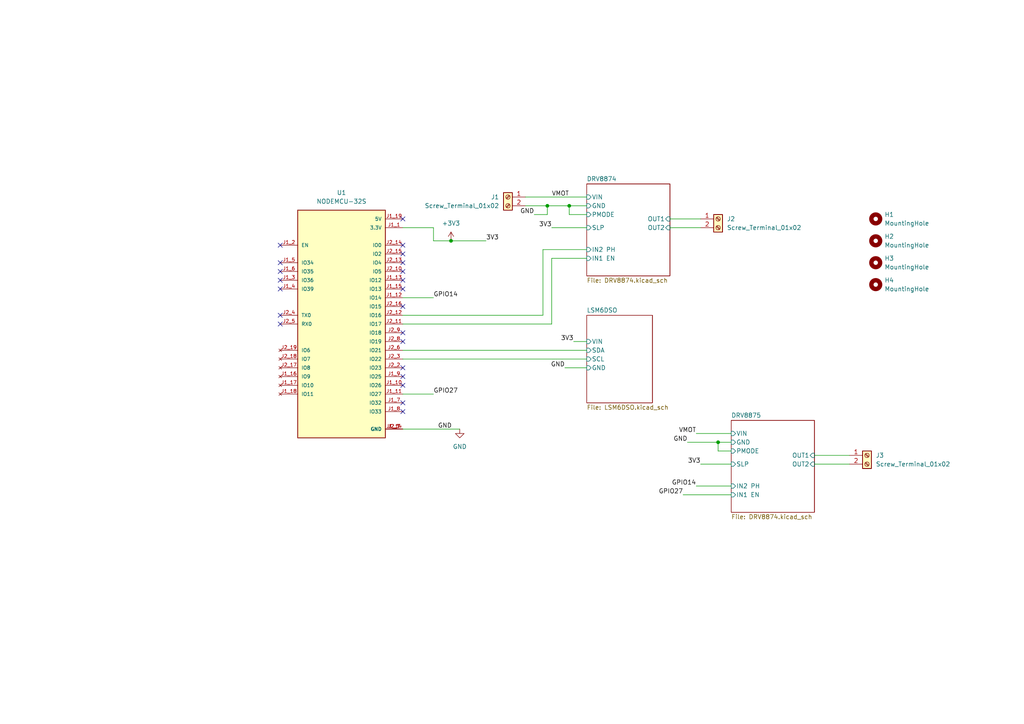
<source format=kicad_sch>
(kicad_sch
	(version 20250114)
	(generator "eeschema")
	(generator_version "9.0")
	(uuid "be409c7c-7399-408b-b544-fec79192e856")
	(paper "A4")
	(title_block
		(company "Cal Poly")
	)
	(lib_symbols
		(symbol "Connector:Screw_Terminal_01x02"
			(pin_names
				(offset 1.016)
				(hide yes)
			)
			(exclude_from_sim no)
			(in_bom yes)
			(on_board yes)
			(property "Reference" "J"
				(at 0 2.54 0)
				(effects
					(font
						(size 1.27 1.27)
					)
				)
			)
			(property "Value" "Screw_Terminal_01x02"
				(at 0 -5.08 0)
				(effects
					(font
						(size 1.27 1.27)
					)
				)
			)
			(property "Footprint" ""
				(at 0 0 0)
				(effects
					(font
						(size 1.27 1.27)
					)
					(hide yes)
				)
			)
			(property "Datasheet" "~"
				(at 0 0 0)
				(effects
					(font
						(size 1.27 1.27)
					)
					(hide yes)
				)
			)
			(property "Description" "Generic screw terminal, single row, 01x02, script generated (kicad-library-utils/schlib/autogen/connector/)"
				(at 0 0 0)
				(effects
					(font
						(size 1.27 1.27)
					)
					(hide yes)
				)
			)
			(property "ki_keywords" "screw terminal"
				(at 0 0 0)
				(effects
					(font
						(size 1.27 1.27)
					)
					(hide yes)
				)
			)
			(property "ki_fp_filters" "TerminalBlock*:*"
				(at 0 0 0)
				(effects
					(font
						(size 1.27 1.27)
					)
					(hide yes)
				)
			)
			(symbol "Screw_Terminal_01x02_1_1"
				(rectangle
					(start -1.27 1.27)
					(end 1.27 -3.81)
					(stroke
						(width 0.254)
						(type default)
					)
					(fill
						(type background)
					)
				)
				(polyline
					(pts
						(xy -0.5334 0.3302) (xy 0.3302 -0.508)
					)
					(stroke
						(width 0.1524)
						(type default)
					)
					(fill
						(type none)
					)
				)
				(polyline
					(pts
						(xy -0.5334 -2.2098) (xy 0.3302 -3.048)
					)
					(stroke
						(width 0.1524)
						(type default)
					)
					(fill
						(type none)
					)
				)
				(polyline
					(pts
						(xy -0.3556 0.508) (xy 0.508 -0.3302)
					)
					(stroke
						(width 0.1524)
						(type default)
					)
					(fill
						(type none)
					)
				)
				(polyline
					(pts
						(xy -0.3556 -2.032) (xy 0.508 -2.8702)
					)
					(stroke
						(width 0.1524)
						(type default)
					)
					(fill
						(type none)
					)
				)
				(circle
					(center 0 0)
					(radius 0.635)
					(stroke
						(width 0.1524)
						(type default)
					)
					(fill
						(type none)
					)
				)
				(circle
					(center 0 -2.54)
					(radius 0.635)
					(stroke
						(width 0.1524)
						(type default)
					)
					(fill
						(type none)
					)
				)
				(pin passive line
					(at -5.08 0 0)
					(length 3.81)
					(name "Pin_1"
						(effects
							(font
								(size 1.27 1.27)
							)
						)
					)
					(number "1"
						(effects
							(font
								(size 1.27 1.27)
							)
						)
					)
				)
				(pin passive line
					(at -5.08 -2.54 0)
					(length 3.81)
					(name "Pin_2"
						(effects
							(font
								(size 1.27 1.27)
							)
						)
					)
					(number "2"
						(effects
							(font
								(size 1.27 1.27)
							)
						)
					)
				)
			)
			(embedded_fonts no)
		)
		(symbol "Mechanical:MountingHole"
			(pin_names
				(offset 1.016)
			)
			(exclude_from_sim no)
			(in_bom no)
			(on_board yes)
			(property "Reference" "H"
				(at 0 5.08 0)
				(effects
					(font
						(size 1.27 1.27)
					)
				)
			)
			(property "Value" "MountingHole"
				(at 0 3.175 0)
				(effects
					(font
						(size 1.27 1.27)
					)
				)
			)
			(property "Footprint" ""
				(at 0 0 0)
				(effects
					(font
						(size 1.27 1.27)
					)
					(hide yes)
				)
			)
			(property "Datasheet" "~"
				(at 0 0 0)
				(effects
					(font
						(size 1.27 1.27)
					)
					(hide yes)
				)
			)
			(property "Description" "Mounting Hole without connection"
				(at 0 0 0)
				(effects
					(font
						(size 1.27 1.27)
					)
					(hide yes)
				)
			)
			(property "ki_keywords" "mounting hole"
				(at 0 0 0)
				(effects
					(font
						(size 1.27 1.27)
					)
					(hide yes)
				)
			)
			(property "ki_fp_filters" "MountingHole*"
				(at 0 0 0)
				(effects
					(font
						(size 1.27 1.27)
					)
					(hide yes)
				)
			)
			(symbol "MountingHole_0_1"
				(circle
					(center 0 0)
					(radius 1.27)
					(stroke
						(width 1.27)
						(type default)
					)
					(fill
						(type none)
					)
				)
			)
			(embedded_fonts no)
		)
		(symbol "NODEMCU-32S:NODEMCU-32S"
			(pin_names
				(offset 1.016)
			)
			(exclude_from_sim no)
			(in_bom yes)
			(on_board yes)
			(property "Reference" "U"
				(at -12.7 33.782 0)
				(effects
					(font
						(size 1.27 1.27)
					)
					(justify left bottom)
				)
			)
			(property "Value" "NODEMCU-32S"
				(at -12.7 -35.56 0)
				(effects
					(font
						(size 1.27 1.27)
					)
					(justify left bottom)
				)
			)
			(property "Footprint" "NODEMCU-32S:MODULE_NODEMCU-32S"
				(at 0 0 0)
				(effects
					(font
						(size 1.27 1.27)
					)
					(justify bottom)
					(hide yes)
				)
			)
			(property "Datasheet" ""
				(at 0 0 0)
				(effects
					(font
						(size 1.27 1.27)
					)
					(hide yes)
				)
			)
			(property "Description" ""
				(at 0 0 0)
				(effects
					(font
						(size 1.27 1.27)
					)
					(hide yes)
				)
			)
			(property "MF" "AI-Thinker"
				(at 0 0 0)
				(effects
					(font
						(size 1.27 1.27)
					)
					(justify bottom)
					(hide yes)
				)
			)
			(property "MAXIMUM_PACKAGE_HEIGHT" "3.00mm"
				(at 0 0 0)
				(effects
					(font
						(size 1.27 1.27)
					)
					(justify bottom)
					(hide yes)
				)
			)
			(property "Package" "Package"
				(at 0 0 0)
				(effects
					(font
						(size 1.27 1.27)
					)
					(justify bottom)
					(hide yes)
				)
			)
			(property "Price" "None"
				(at 0 0 0)
				(effects
					(font
						(size 1.27 1.27)
					)
					(justify bottom)
					(hide yes)
				)
			)
			(property "Check_prices" "https://www.snapeda.com/parts/NODEMCU-32S/AI-Thinker/view-part/?ref=eda"
				(at 0 0 0)
				(effects
					(font
						(size 1.27 1.27)
					)
					(justify bottom)
					(hide yes)
				)
			)
			(property "STANDARD" "Manufacturer Recommendations"
				(at 0 0 0)
				(effects
					(font
						(size 1.27 1.27)
					)
					(justify bottom)
					(hide yes)
				)
			)
			(property "PARTREV" "V1"
				(at 0 0 0)
				(effects
					(font
						(size 1.27 1.27)
					)
					(justify bottom)
					(hide yes)
				)
			)
			(property "SnapEDA_Link" "https://www.snapeda.com/parts/NODEMCU-32S/AI-Thinker/view-part/?ref=snap"
				(at 0 0 0)
				(effects
					(font
						(size 1.27 1.27)
					)
					(justify bottom)
					(hide yes)
				)
			)
			(property "MP" "NODEMCU-32S"
				(at 0 0 0)
				(effects
					(font
						(size 1.27 1.27)
					)
					(justify bottom)
					(hide yes)
				)
			)
			(property "Description_1" "WIFI MODULE V1"
				(at 0 0 0)
				(effects
					(font
						(size 1.27 1.27)
					)
					(justify bottom)
					(hide yes)
				)
			)
			(property "Availability" "Not in stock"
				(at 0 0 0)
				(effects
					(font
						(size 1.27 1.27)
					)
					(justify bottom)
					(hide yes)
				)
			)
			(property "MANUFACTURER" "AI-Thinker"
				(at 0 0 0)
				(effects
					(font
						(size 1.27 1.27)
					)
					(justify bottom)
					(hide yes)
				)
			)
			(symbol "NODEMCU-32S_0_0"
				(rectangle
					(start -12.7 -33.02)
					(end 12.7 33.02)
					(stroke
						(width 0.254)
						(type default)
					)
					(fill
						(type background)
					)
				)
				(pin input line
					(at -17.78 22.86 0)
					(length 5.08)
					(name "EN"
						(effects
							(font
								(size 1.016 1.016)
							)
						)
					)
					(number "J1_2"
						(effects
							(font
								(size 1.016 1.016)
							)
						)
					)
				)
				(pin input line
					(at -17.78 17.78 0)
					(length 5.08)
					(name "IO34"
						(effects
							(font
								(size 1.016 1.016)
							)
						)
					)
					(number "J1_5"
						(effects
							(font
								(size 1.016 1.016)
							)
						)
					)
				)
				(pin input line
					(at -17.78 15.24 0)
					(length 5.08)
					(name "IO35"
						(effects
							(font
								(size 1.016 1.016)
							)
						)
					)
					(number "J1_6"
						(effects
							(font
								(size 1.016 1.016)
							)
						)
					)
				)
				(pin input line
					(at -17.78 12.7 0)
					(length 5.08)
					(name "IO36"
						(effects
							(font
								(size 1.016 1.016)
							)
						)
					)
					(number "J1_3"
						(effects
							(font
								(size 1.016 1.016)
							)
						)
					)
				)
				(pin input line
					(at -17.78 10.16 0)
					(length 5.08)
					(name "IO39"
						(effects
							(font
								(size 1.016 1.016)
							)
						)
					)
					(number "J1_4"
						(effects
							(font
								(size 1.016 1.016)
							)
						)
					)
				)
				(pin bidirectional line
					(at -17.78 2.54 0)
					(length 5.08)
					(name "TX0"
						(effects
							(font
								(size 1.016 1.016)
							)
						)
					)
					(number "J2_4"
						(effects
							(font
								(size 1.016 1.016)
							)
						)
					)
				)
				(pin bidirectional line
					(at -17.78 0 0)
					(length 5.08)
					(name "RX0"
						(effects
							(font
								(size 1.016 1.016)
							)
						)
					)
					(number "J2_5"
						(effects
							(font
								(size 1.016 1.016)
							)
						)
					)
				)
				(pin no_connect line
					(at -17.78 -7.62 0)
					(length 5.08)
					(name "IO6"
						(effects
							(font
								(size 1.016 1.016)
							)
						)
					)
					(number "J2_19"
						(effects
							(font
								(size 1.016 1.016)
							)
						)
					)
				)
				(pin no_connect line
					(at -17.78 -10.16 0)
					(length 5.08)
					(name "IO7"
						(effects
							(font
								(size 1.016 1.016)
							)
						)
					)
					(number "J2_18"
						(effects
							(font
								(size 1.016 1.016)
							)
						)
					)
				)
				(pin no_connect line
					(at -17.78 -12.7 0)
					(length 5.08)
					(name "IO8"
						(effects
							(font
								(size 1.016 1.016)
							)
						)
					)
					(number "J2_17"
						(effects
							(font
								(size 1.016 1.016)
							)
						)
					)
				)
				(pin no_connect line
					(at -17.78 -15.24 0)
					(length 5.08)
					(name "IO9"
						(effects
							(font
								(size 1.016 1.016)
							)
						)
					)
					(number "J1_16"
						(effects
							(font
								(size 1.016 1.016)
							)
						)
					)
				)
				(pin no_connect line
					(at -17.78 -17.78 0)
					(length 5.08)
					(name "IO10"
						(effects
							(font
								(size 1.016 1.016)
							)
						)
					)
					(number "J1_17"
						(effects
							(font
								(size 1.016 1.016)
							)
						)
					)
				)
				(pin no_connect line
					(at -17.78 -20.32 0)
					(length 5.08)
					(name "IO11"
						(effects
							(font
								(size 1.016 1.016)
							)
						)
					)
					(number "J1_18"
						(effects
							(font
								(size 1.016 1.016)
							)
						)
					)
				)
				(pin power_in line
					(at 17.78 30.48 180)
					(length 5.08)
					(name "5V"
						(effects
							(font
								(size 1.016 1.016)
							)
						)
					)
					(number "J1_19"
						(effects
							(font
								(size 1.016 1.016)
							)
						)
					)
				)
				(pin power_in line
					(at 17.78 27.94 180)
					(length 5.08)
					(name "3.3V"
						(effects
							(font
								(size 1.016 1.016)
							)
						)
					)
					(number "J1_1"
						(effects
							(font
								(size 1.016 1.016)
							)
						)
					)
				)
				(pin bidirectional line
					(at 17.78 22.86 180)
					(length 5.08)
					(name "IO0"
						(effects
							(font
								(size 1.016 1.016)
							)
						)
					)
					(number "J2_14"
						(effects
							(font
								(size 1.016 1.016)
							)
						)
					)
				)
				(pin bidirectional line
					(at 17.78 20.32 180)
					(length 5.08)
					(name "IO2"
						(effects
							(font
								(size 1.016 1.016)
							)
						)
					)
					(number "J2_15"
						(effects
							(font
								(size 1.016 1.016)
							)
						)
					)
				)
				(pin bidirectional line
					(at 17.78 17.78 180)
					(length 5.08)
					(name "IO4"
						(effects
							(font
								(size 1.016 1.016)
							)
						)
					)
					(number "J2_13"
						(effects
							(font
								(size 1.016 1.016)
							)
						)
					)
				)
				(pin bidirectional line
					(at 17.78 15.24 180)
					(length 5.08)
					(name "IO5"
						(effects
							(font
								(size 1.016 1.016)
							)
						)
					)
					(number "J2_10"
						(effects
							(font
								(size 1.016 1.016)
							)
						)
					)
				)
				(pin bidirectional line
					(at 17.78 12.7 180)
					(length 5.08)
					(name "IO12"
						(effects
							(font
								(size 1.016 1.016)
							)
						)
					)
					(number "J1_13"
						(effects
							(font
								(size 1.016 1.016)
							)
						)
					)
				)
				(pin bidirectional line
					(at 17.78 10.16 180)
					(length 5.08)
					(name "IO13"
						(effects
							(font
								(size 1.016 1.016)
							)
						)
					)
					(number "J1_15"
						(effects
							(font
								(size 1.016 1.016)
							)
						)
					)
				)
				(pin bidirectional line
					(at 17.78 7.62 180)
					(length 5.08)
					(name "IO14"
						(effects
							(font
								(size 1.016 1.016)
							)
						)
					)
					(number "J1_12"
						(effects
							(font
								(size 1.016 1.016)
							)
						)
					)
				)
				(pin bidirectional line
					(at 17.78 5.08 180)
					(length 5.08)
					(name "IO15"
						(effects
							(font
								(size 1.016 1.016)
							)
						)
					)
					(number "J2_16"
						(effects
							(font
								(size 1.016 1.016)
							)
						)
					)
				)
				(pin bidirectional line
					(at 17.78 2.54 180)
					(length 5.08)
					(name "IO16"
						(effects
							(font
								(size 1.016 1.016)
							)
						)
					)
					(number "J2_12"
						(effects
							(font
								(size 1.016 1.016)
							)
						)
					)
				)
				(pin bidirectional line
					(at 17.78 0 180)
					(length 5.08)
					(name "IO17"
						(effects
							(font
								(size 1.016 1.016)
							)
						)
					)
					(number "J2_11"
						(effects
							(font
								(size 1.016 1.016)
							)
						)
					)
				)
				(pin bidirectional line
					(at 17.78 -2.54 180)
					(length 5.08)
					(name "IO18"
						(effects
							(font
								(size 1.016 1.016)
							)
						)
					)
					(number "J2_9"
						(effects
							(font
								(size 1.016 1.016)
							)
						)
					)
				)
				(pin bidirectional line
					(at 17.78 -5.08 180)
					(length 5.08)
					(name "IO19"
						(effects
							(font
								(size 1.016 1.016)
							)
						)
					)
					(number "J2_8"
						(effects
							(font
								(size 1.016 1.016)
							)
						)
					)
				)
				(pin bidirectional line
					(at 17.78 -7.62 180)
					(length 5.08)
					(name "IO21"
						(effects
							(font
								(size 1.016 1.016)
							)
						)
					)
					(number "J2_6"
						(effects
							(font
								(size 1.016 1.016)
							)
						)
					)
				)
				(pin bidirectional line
					(at 17.78 -10.16 180)
					(length 5.08)
					(name "IO22"
						(effects
							(font
								(size 1.016 1.016)
							)
						)
					)
					(number "J2_3"
						(effects
							(font
								(size 1.016 1.016)
							)
						)
					)
				)
				(pin bidirectional line
					(at 17.78 -12.7 180)
					(length 5.08)
					(name "IO23"
						(effects
							(font
								(size 1.016 1.016)
							)
						)
					)
					(number "J2_2"
						(effects
							(font
								(size 1.016 1.016)
							)
						)
					)
				)
				(pin bidirectional line
					(at 17.78 -15.24 180)
					(length 5.08)
					(name "IO25"
						(effects
							(font
								(size 1.016 1.016)
							)
						)
					)
					(number "J1_9"
						(effects
							(font
								(size 1.016 1.016)
							)
						)
					)
				)
				(pin bidirectional line
					(at 17.78 -17.78 180)
					(length 5.08)
					(name "IO26"
						(effects
							(font
								(size 1.016 1.016)
							)
						)
					)
					(number "J1_10"
						(effects
							(font
								(size 1.016 1.016)
							)
						)
					)
				)
				(pin bidirectional line
					(at 17.78 -20.32 180)
					(length 5.08)
					(name "IO27"
						(effects
							(font
								(size 1.016 1.016)
							)
						)
					)
					(number "J1_11"
						(effects
							(font
								(size 1.016 1.016)
							)
						)
					)
				)
				(pin bidirectional line
					(at 17.78 -22.86 180)
					(length 5.08)
					(name "IO32"
						(effects
							(font
								(size 1.016 1.016)
							)
						)
					)
					(number "J1_7"
						(effects
							(font
								(size 1.016 1.016)
							)
						)
					)
				)
				(pin bidirectional line
					(at 17.78 -25.4 180)
					(length 5.08)
					(name "IO33"
						(effects
							(font
								(size 1.016 1.016)
							)
						)
					)
					(number "J1_8"
						(effects
							(font
								(size 1.016 1.016)
							)
						)
					)
				)
				(pin power_in line
					(at 17.78 -30.48 180)
					(length 5.08)
					(name "GND"
						(effects
							(font
								(size 1.016 1.016)
							)
						)
					)
					(number "J1_14"
						(effects
							(font
								(size 1.016 1.016)
							)
						)
					)
				)
				(pin power_in line
					(at 17.78 -30.48 180)
					(length 5.08)
					(name "GND"
						(effects
							(font
								(size 1.016 1.016)
							)
						)
					)
					(number "J2_1"
						(effects
							(font
								(size 1.016 1.016)
							)
						)
					)
				)
				(pin power_in line
					(at 17.78 -30.48 180)
					(length 5.08)
					(name "GND"
						(effects
							(font
								(size 1.016 1.016)
							)
						)
					)
					(number "J2_7"
						(effects
							(font
								(size 1.016 1.016)
							)
						)
					)
				)
			)
			(embedded_fonts no)
		)
		(symbol "power:+3V3"
			(power)
			(pin_numbers
				(hide yes)
			)
			(pin_names
				(offset 0)
				(hide yes)
			)
			(exclude_from_sim no)
			(in_bom yes)
			(on_board yes)
			(property "Reference" "#PWR"
				(at 0 -3.81 0)
				(effects
					(font
						(size 1.27 1.27)
					)
					(hide yes)
				)
			)
			(property "Value" "+3V3"
				(at 0 3.556 0)
				(effects
					(font
						(size 1.27 1.27)
					)
				)
			)
			(property "Footprint" ""
				(at 0 0 0)
				(effects
					(font
						(size 1.27 1.27)
					)
					(hide yes)
				)
			)
			(property "Datasheet" ""
				(at 0 0 0)
				(effects
					(font
						(size 1.27 1.27)
					)
					(hide yes)
				)
			)
			(property "Description" "Power symbol creates a global label with name \"+3V3\""
				(at 0 0 0)
				(effects
					(font
						(size 1.27 1.27)
					)
					(hide yes)
				)
			)
			(property "ki_keywords" "global power"
				(at 0 0 0)
				(effects
					(font
						(size 1.27 1.27)
					)
					(hide yes)
				)
			)
			(symbol "+3V3_0_1"
				(polyline
					(pts
						(xy -0.762 1.27) (xy 0 2.54)
					)
					(stroke
						(width 0)
						(type default)
					)
					(fill
						(type none)
					)
				)
				(polyline
					(pts
						(xy 0 2.54) (xy 0.762 1.27)
					)
					(stroke
						(width 0)
						(type default)
					)
					(fill
						(type none)
					)
				)
				(polyline
					(pts
						(xy 0 0) (xy 0 2.54)
					)
					(stroke
						(width 0)
						(type default)
					)
					(fill
						(type none)
					)
				)
			)
			(symbol "+3V3_1_1"
				(pin power_in line
					(at 0 0 90)
					(length 0)
					(name "~"
						(effects
							(font
								(size 1.27 1.27)
							)
						)
					)
					(number "1"
						(effects
							(font
								(size 1.27 1.27)
							)
						)
					)
				)
			)
			(embedded_fonts no)
		)
		(symbol "power:GND"
			(power)
			(pin_numbers
				(hide yes)
			)
			(pin_names
				(offset 0)
				(hide yes)
			)
			(exclude_from_sim no)
			(in_bom yes)
			(on_board yes)
			(property "Reference" "#PWR"
				(at 0 -6.35 0)
				(effects
					(font
						(size 1.27 1.27)
					)
					(hide yes)
				)
			)
			(property "Value" "GND"
				(at 0 -3.81 0)
				(effects
					(font
						(size 1.27 1.27)
					)
				)
			)
			(property "Footprint" ""
				(at 0 0 0)
				(effects
					(font
						(size 1.27 1.27)
					)
					(hide yes)
				)
			)
			(property "Datasheet" ""
				(at 0 0 0)
				(effects
					(font
						(size 1.27 1.27)
					)
					(hide yes)
				)
			)
			(property "Description" "Power symbol creates a global label with name \"GND\" , ground"
				(at 0 0 0)
				(effects
					(font
						(size 1.27 1.27)
					)
					(hide yes)
				)
			)
			(property "ki_keywords" "global power"
				(at 0 0 0)
				(effects
					(font
						(size 1.27 1.27)
					)
					(hide yes)
				)
			)
			(symbol "GND_0_1"
				(polyline
					(pts
						(xy 0 0) (xy 0 -1.27) (xy 1.27 -1.27) (xy 0 -2.54) (xy -1.27 -1.27) (xy 0 -1.27)
					)
					(stroke
						(width 0)
						(type default)
					)
					(fill
						(type none)
					)
				)
			)
			(symbol "GND_1_1"
				(pin power_in line
					(at 0 0 270)
					(length 0)
					(name "~"
						(effects
							(font
								(size 1.27 1.27)
							)
						)
					)
					(number "1"
						(effects
							(font
								(size 1.27 1.27)
							)
						)
					)
				)
			)
			(embedded_fonts no)
		)
	)
	(junction
		(at 158.75 59.69)
		(diameter 0)
		(color 0 0 0 0)
		(uuid "10f39339-7af8-4f91-805c-3bfe3e28ad68")
	)
	(junction
		(at 208.28 128.27)
		(diameter 0)
		(color 0 0 0 0)
		(uuid "b4baf4a5-3b93-431a-851e-2eb2cc57c31c")
	)
	(junction
		(at 130.81 69.85)
		(diameter 0)
		(color 0 0 0 0)
		(uuid "faa26b8c-4324-418c-8bdf-ebff46c0ae26")
	)
	(junction
		(at 165.1 59.69)
		(diameter 0)
		(color 0 0 0 0)
		(uuid "fb31ba9e-9f20-46eb-846a-bbce6cd7d0eb")
	)
	(no_connect
		(at 116.84 78.74)
		(uuid "119866ff-7877-44d8-811b-cf07dbf15341")
	)
	(no_connect
		(at 81.28 93.98)
		(uuid "1caf2bb4-2124-4e4b-86ba-7e999a9706f6")
	)
	(no_connect
		(at 116.84 76.2)
		(uuid "2037ea97-e100-43f2-a172-107abe6819bf")
	)
	(no_connect
		(at 81.28 71.12)
		(uuid "4245be51-83e0-41e0-ae43-886a9204f27d")
	)
	(no_connect
		(at 81.28 83.82)
		(uuid "49110b11-5ccc-4396-88ab-61dff77004b3")
	)
	(no_connect
		(at 116.84 109.22)
		(uuid "503c5957-6f05-4f34-a43d-4fd3050f7c67")
	)
	(no_connect
		(at 116.84 81.28)
		(uuid "662359e2-736b-4bb3-b214-42c2e893fc76")
	)
	(no_connect
		(at 116.84 73.66)
		(uuid "73c7c0c0-ae98-4733-9bd2-96b3d6c685e7")
	)
	(no_connect
		(at 81.28 91.44)
		(uuid "78630552-7fd4-474e-b610-e0fd3d737db1")
	)
	(no_connect
		(at 81.28 81.28)
		(uuid "b5635470-7545-4a9e-b8f4-0c429c1caf19")
	)
	(no_connect
		(at 116.84 119.38)
		(uuid "cb490d2e-abff-47aa-b161-b9c95ef39520")
	)
	(no_connect
		(at 116.84 99.06)
		(uuid "d15b64e4-9629-49ae-b361-a3aef31a82f6")
	)
	(no_connect
		(at 116.84 63.5)
		(uuid "d788837e-95d2-4ada-9912-aa0813464812")
	)
	(no_connect
		(at 116.84 106.68)
		(uuid "d959d98b-b112-43f0-99e2-d4836468b15c")
	)
	(no_connect
		(at 116.84 88.9)
		(uuid "da87ce4a-187f-4d4c-a20c-8043d5c6deee")
	)
	(no_connect
		(at 116.84 83.82)
		(uuid "e256fcbe-4e0a-416c-8151-30ee86b86bf5")
	)
	(no_connect
		(at 116.84 111.76)
		(uuid "e937a80d-581c-47b3-ba6e-f3c6d832734a")
	)
	(no_connect
		(at 81.28 78.74)
		(uuid "ec3f5296-0931-4046-899e-d249f45377ad")
	)
	(no_connect
		(at 116.84 71.12)
		(uuid "ee0d3a06-b402-4351-91ce-1217e68025e8")
	)
	(no_connect
		(at 81.28 76.2)
		(uuid "f5b42a29-dc1a-4d00-95e5-3b266a46571c")
	)
	(no_connect
		(at 116.84 116.84)
		(uuid "f7ae97eb-6352-4e12-85d4-2d9e204e5b45")
	)
	(no_connect
		(at 116.84 96.52)
		(uuid "fe087be2-5e70-433e-8712-5b611619a591")
	)
	(wire
		(pts
			(xy 194.31 63.5) (xy 203.2 63.5)
		)
		(stroke
			(width 0)
			(type default)
		)
		(uuid "038926c6-293c-4130-8fcc-618562b4ecd4")
	)
	(wire
		(pts
			(xy 154.94 62.23) (xy 158.75 62.23)
		)
		(stroke
			(width 0)
			(type default)
		)
		(uuid "0d096d19-0154-44ee-8296-175eef42f6db")
	)
	(wire
		(pts
			(xy 152.4 59.69) (xy 158.75 59.69)
		)
		(stroke
			(width 0)
			(type default)
		)
		(uuid "0e8e111c-3904-4295-8031-df58c01e414d")
	)
	(wire
		(pts
			(xy 116.84 101.6) (xy 170.18 101.6)
		)
		(stroke
			(width 0)
			(type default)
		)
		(uuid "132f4ceb-ee65-4fb5-9d77-6528cb93df16")
	)
	(wire
		(pts
			(xy 170.18 62.23) (xy 165.1 62.23)
		)
		(stroke
			(width 0)
			(type default)
		)
		(uuid "1b0cf715-a3ce-46e5-afa2-61b484b63f00")
	)
	(wire
		(pts
			(xy 152.4 57.15) (xy 170.18 57.15)
		)
		(stroke
			(width 0)
			(type default)
		)
		(uuid "1f35f4ea-4bec-4b30-a5af-cb9616b61174")
	)
	(wire
		(pts
			(xy 212.09 130.81) (xy 208.28 130.81)
		)
		(stroke
			(width 0)
			(type default)
		)
		(uuid "256540b8-5d49-4f2e-aaff-4e3be86f493b")
	)
	(wire
		(pts
			(xy 116.84 86.36) (xy 125.73 86.36)
		)
		(stroke
			(width 0)
			(type default)
		)
		(uuid "282692ab-a633-4383-9151-3de21a491e82")
	)
	(wire
		(pts
			(xy 198.12 143.51) (xy 212.09 143.51)
		)
		(stroke
			(width 0)
			(type default)
		)
		(uuid "2a287f04-0526-4240-9f91-507c03024d9f")
	)
	(wire
		(pts
			(xy 165.1 62.23) (xy 165.1 59.69)
		)
		(stroke
			(width 0)
			(type default)
		)
		(uuid "2c6af164-db8b-43f6-88ef-8929fd32fd37")
	)
	(wire
		(pts
			(xy 125.73 69.85) (xy 125.73 66.04)
		)
		(stroke
			(width 0)
			(type default)
		)
		(uuid "3485a23b-0682-4bef-8e2c-a79bf26cdcda")
	)
	(wire
		(pts
			(xy 236.22 132.08) (xy 246.38 132.08)
		)
		(stroke
			(width 0)
			(type default)
		)
		(uuid "437f2ac8-7fd5-40ee-8159-4de78b7c5c73")
	)
	(wire
		(pts
			(xy 157.48 91.44) (xy 116.84 91.44)
		)
		(stroke
			(width 0)
			(type default)
		)
		(uuid "502bc3dc-fa40-4299-8072-6a3b31e8af5b")
	)
	(wire
		(pts
			(xy 116.84 114.3) (xy 125.73 114.3)
		)
		(stroke
			(width 0)
			(type default)
		)
		(uuid "53d56cf6-be54-47f1-ba5c-d614b6c0006b")
	)
	(wire
		(pts
			(xy 160.02 93.98) (xy 160.02 74.93)
		)
		(stroke
			(width 0)
			(type default)
		)
		(uuid "57b40083-a780-47f0-9287-9a729c60b1cb")
	)
	(wire
		(pts
			(xy 170.18 72.39) (xy 157.48 72.39)
		)
		(stroke
			(width 0)
			(type default)
		)
		(uuid "693af9d9-1268-4ca6-a9e7-18d102e8255b")
	)
	(wire
		(pts
			(xy 201.93 140.97) (xy 212.09 140.97)
		)
		(stroke
			(width 0)
			(type default)
		)
		(uuid "6c1afcce-bfb2-4b30-b936-17b1fcd6b258")
	)
	(wire
		(pts
			(xy 166.37 99.06) (xy 170.18 99.06)
		)
		(stroke
			(width 0)
			(type default)
		)
		(uuid "6d184fbf-54de-40fc-9231-a1b86c10ea76")
	)
	(wire
		(pts
			(xy 158.75 59.69) (xy 165.1 59.69)
		)
		(stroke
			(width 0)
			(type default)
		)
		(uuid "7d327808-7ea4-4a6e-b37c-ea522588938b")
	)
	(wire
		(pts
			(xy 236.22 134.62) (xy 246.38 134.62)
		)
		(stroke
			(width 0)
			(type default)
		)
		(uuid "87039d43-00bf-4684-8770-e06cf6a3e1f7")
	)
	(wire
		(pts
			(xy 133.35 124.46) (xy 116.84 124.46)
		)
		(stroke
			(width 0)
			(type default)
		)
		(uuid "8f9e9ea9-529f-49fc-ab01-d9b015a8b6d7")
	)
	(wire
		(pts
			(xy 130.81 69.85) (xy 140.97 69.85)
		)
		(stroke
			(width 0)
			(type default)
		)
		(uuid "92a028fc-2037-422e-a5bb-ca9e57608437")
	)
	(wire
		(pts
			(xy 116.84 104.14) (xy 170.18 104.14)
		)
		(stroke
			(width 0)
			(type default)
		)
		(uuid "93cb8422-d545-474c-9d16-afdad7eb5d80")
	)
	(wire
		(pts
			(xy 194.31 66.04) (xy 203.2 66.04)
		)
		(stroke
			(width 0)
			(type default)
		)
		(uuid "9c3f7408-5c00-48c9-ad2b-db6ab896d9e1")
	)
	(wire
		(pts
			(xy 201.93 125.73) (xy 212.09 125.73)
		)
		(stroke
			(width 0)
			(type default)
		)
		(uuid "ac815e95-f8bf-401b-8239-321866322087")
	)
	(wire
		(pts
			(xy 160.02 74.93) (xy 170.18 74.93)
		)
		(stroke
			(width 0)
			(type default)
		)
		(uuid "b71e1d7b-e516-4967-ba25-506a707ddf57")
	)
	(wire
		(pts
			(xy 157.48 72.39) (xy 157.48 91.44)
		)
		(stroke
			(width 0)
			(type default)
		)
		(uuid "b7f99ff4-0516-4e87-bc50-e953f97d8de5")
	)
	(wire
		(pts
			(xy 203.2 134.62) (xy 212.09 134.62)
		)
		(stroke
			(width 0)
			(type default)
		)
		(uuid "bf891c36-45ed-48c1-bdd5-43b982c11d31")
	)
	(wire
		(pts
			(xy 199.39 128.27) (xy 208.28 128.27)
		)
		(stroke
			(width 0)
			(type default)
		)
		(uuid "c039ddc6-9787-4a7b-ad0d-da0de3c19cbc")
	)
	(wire
		(pts
			(xy 165.1 59.69) (xy 170.18 59.69)
		)
		(stroke
			(width 0)
			(type default)
		)
		(uuid "cafac251-5860-410f-a5a9-4a5a4dfb7082")
	)
	(wire
		(pts
			(xy 160.02 66.04) (xy 170.18 66.04)
		)
		(stroke
			(width 0)
			(type default)
		)
		(uuid "ce8af4e5-1412-45c7-80e1-4deaa66612ab")
	)
	(wire
		(pts
			(xy 125.73 66.04) (xy 116.84 66.04)
		)
		(stroke
			(width 0)
			(type default)
		)
		(uuid "db43551b-be6f-46a4-8a32-241006ac95d9")
	)
	(wire
		(pts
			(xy 163.83 106.68) (xy 170.18 106.68)
		)
		(stroke
			(width 0)
			(type default)
		)
		(uuid "e0de6146-b479-497c-bbb9-f90f9c545384")
	)
	(wire
		(pts
			(xy 208.28 128.27) (xy 212.09 128.27)
		)
		(stroke
			(width 0)
			(type default)
		)
		(uuid "e6d60beb-7e7f-4e92-b493-43344bd72ae0")
	)
	(wire
		(pts
			(xy 125.73 69.85) (xy 130.81 69.85)
		)
		(stroke
			(width 0)
			(type default)
		)
		(uuid "ec4c1246-4724-4e9a-843c-023c290ac99e")
	)
	(wire
		(pts
			(xy 208.28 130.81) (xy 208.28 128.27)
		)
		(stroke
			(width 0)
			(type default)
		)
		(uuid "f18b6249-6bde-4c73-a81c-32b5ced4f33a")
	)
	(wire
		(pts
			(xy 158.75 62.23) (xy 158.75 59.69)
		)
		(stroke
			(width 0)
			(type default)
		)
		(uuid "f475c7b7-f451-4594-a167-dcf997c2cfc9")
	)
	(wire
		(pts
			(xy 116.84 93.98) (xy 160.02 93.98)
		)
		(stroke
			(width 0)
			(type default)
		)
		(uuid "f83e54ab-2d70-4255-b6fc-5cab33ea0a8d")
	)
	(label "VMOT"
		(at 201.93 125.73 180)
		(effects
			(font
				(size 1.27 1.27)
			)
			(justify right bottom)
		)
		(uuid "06cdf974-9752-49a0-b0bd-1b11d6b86ad2")
	)
	(label "GPIO27"
		(at 125.73 114.3 0)
		(effects
			(font
				(size 1.27 1.27)
			)
			(justify left bottom)
		)
		(uuid "1efbbcbd-6e66-4ab4-b5d4-b358ae6e8e6e")
	)
	(label "GPIO14"
		(at 201.93 140.97 180)
		(effects
			(font
				(size 1.27 1.27)
			)
			(justify right bottom)
		)
		(uuid "209ea3c2-6092-4f2a-be99-c35d3d3b4721")
	)
	(label "3V3"
		(at 203.2 134.62 180)
		(effects
			(font
				(size 1.27 1.27)
			)
			(justify right bottom)
		)
		(uuid "36e7b1f3-d872-48aa-97e3-145abced7465")
	)
	(label "GND"
		(at 154.94 62.23 180)
		(effects
			(font
				(size 1.27 1.27)
			)
			(justify right bottom)
		)
		(uuid "4ddad066-b042-4db3-a9e2-e97ec1fff2c9")
	)
	(label "3V3"
		(at 166.37 99.06 180)
		(effects
			(font
				(size 1.27 1.27)
			)
			(justify right bottom)
		)
		(uuid "5ffd6d63-8a1a-4d98-9015-755c4578784a")
	)
	(label "GND"
		(at 163.83 106.68 180)
		(effects
			(font
				(size 1.27 1.27)
			)
			(justify right bottom)
		)
		(uuid "6eebf71d-734c-4316-abc6-fd30f001c315")
	)
	(label "GPIO14"
		(at 125.73 86.36 0)
		(effects
			(font
				(size 1.27 1.27)
			)
			(justify left bottom)
		)
		(uuid "7883a60c-acbf-4606-afce-25cbe89eb606")
	)
	(label "3V3"
		(at 140.97 69.85 0)
		(effects
			(font
				(size 1.27 1.27)
			)
			(justify left bottom)
		)
		(uuid "a893b290-f2e5-4b3a-87f8-3251415bde54")
	)
	(label "GPIO27"
		(at 198.12 143.51 180)
		(effects
			(font
				(size 1.27 1.27)
			)
			(justify right bottom)
		)
		(uuid "abaf4f18-22f1-4a46-bf04-31b4402240dc")
	)
	(label "GND"
		(at 199.39 128.27 180)
		(effects
			(font
				(size 1.27 1.27)
			)
			(justify right bottom)
		)
		(uuid "b3cffc20-3e46-4365-b433-5d5a856583f5")
	)
	(label "VMOT"
		(at 160.02 57.15 0)
		(effects
			(font
				(size 1.27 1.27)
			)
			(justify left bottom)
		)
		(uuid "cc2f90cb-b369-4f46-abe1-eb6e9b8d9df2")
	)
	(label "3V3"
		(at 160.02 66.04 180)
		(effects
			(font
				(size 1.27 1.27)
			)
			(justify right bottom)
		)
		(uuid "e84771e6-353a-403e-b8c2-189bf2fa329f")
	)
	(label "GND"
		(at 127 124.46 0)
		(effects
			(font
				(size 1.27 1.27)
			)
			(justify left bottom)
		)
		(uuid "f2ccad10-bcbf-4181-9883-985988d33243")
	)
	(symbol
		(lib_id "Mechanical:MountingHole")
		(at 254 69.85 0)
		(unit 1)
		(exclude_from_sim no)
		(in_bom no)
		(on_board yes)
		(dnp no)
		(fields_autoplaced yes)
		(uuid "0026b2ad-7acf-401e-81a3-2fc0a508253a")
		(property "Reference" "H2"
			(at 256.54 68.5799 0)
			(effects
				(font
					(size 1.27 1.27)
				)
				(justify left)
			)
		)
		(property "Value" "MountingHole"
			(at 256.54 71.1199 0)
			(effects
				(font
					(size 1.27 1.27)
				)
				(justify left)
			)
		)
		(property "Footprint" "MountingHole:MountingHole_3.2mm_M3"
			(at 254 69.85 0)
			(effects
				(font
					(size 1.27 1.27)
				)
				(hide yes)
			)
		)
		(property "Datasheet" "~"
			(at 254 69.85 0)
			(effects
				(font
					(size 1.27 1.27)
				)
				(hide yes)
			)
		)
		(property "Description" "Mounting Hole without connection"
			(at 254 69.85 0)
			(effects
				(font
					(size 1.27 1.27)
				)
				(hide yes)
			)
		)
		(instances
			(project "Nemesis"
				(path "/be409c7c-7399-408b-b544-fec79192e856"
					(reference "H2")
					(unit 1)
				)
			)
		)
	)
	(symbol
		(lib_id "Mechanical:MountingHole")
		(at 254 76.2 0)
		(unit 1)
		(exclude_from_sim no)
		(in_bom no)
		(on_board yes)
		(dnp no)
		(fields_autoplaced yes)
		(uuid "0250fd66-ea09-452b-8dab-f5ba00e6824e")
		(property "Reference" "H3"
			(at 256.54 74.9299 0)
			(effects
				(font
					(size 1.27 1.27)
				)
				(justify left)
			)
		)
		(property "Value" "MountingHole"
			(at 256.54 77.4699 0)
			(effects
				(font
					(size 1.27 1.27)
				)
				(justify left)
			)
		)
		(property "Footprint" "MountingHole:MountingHole_3.2mm_M3"
			(at 254 76.2 0)
			(effects
				(font
					(size 1.27 1.27)
				)
				(hide yes)
			)
		)
		(property "Datasheet" "~"
			(at 254 76.2 0)
			(effects
				(font
					(size 1.27 1.27)
				)
				(hide yes)
			)
		)
		(property "Description" "Mounting Hole without connection"
			(at 254 76.2 0)
			(effects
				(font
					(size 1.27 1.27)
				)
				(hide yes)
			)
		)
		(instances
			(project "Nemesis"
				(path "/be409c7c-7399-408b-b544-fec79192e856"
					(reference "H3")
					(unit 1)
				)
			)
		)
	)
	(symbol
		(lib_id "Mechanical:MountingHole")
		(at 254 63.5 0)
		(unit 1)
		(exclude_from_sim no)
		(in_bom no)
		(on_board yes)
		(dnp no)
		(fields_autoplaced yes)
		(uuid "02f0290f-a80f-4d9f-9f92-d76e4677abcc")
		(property "Reference" "H1"
			(at 256.54 62.2299 0)
			(effects
				(font
					(size 1.27 1.27)
				)
				(justify left)
			)
		)
		(property "Value" "MountingHole"
			(at 256.54 64.7699 0)
			(effects
				(font
					(size 1.27 1.27)
				)
				(justify left)
			)
		)
		(property "Footprint" "MountingHole:MountingHole_3.2mm_M3"
			(at 254 63.5 0)
			(effects
				(font
					(size 1.27 1.27)
				)
				(hide yes)
			)
		)
		(property "Datasheet" "~"
			(at 254 63.5 0)
			(effects
				(font
					(size 1.27 1.27)
				)
				(hide yes)
			)
		)
		(property "Description" "Mounting Hole without connection"
			(at 254 63.5 0)
			(effects
				(font
					(size 1.27 1.27)
				)
				(hide yes)
			)
		)
		(instances
			(project ""
				(path "/be409c7c-7399-408b-b544-fec79192e856"
					(reference "H1")
					(unit 1)
				)
			)
		)
	)
	(symbol
		(lib_id "Mechanical:MountingHole")
		(at 254 82.55 0)
		(unit 1)
		(exclude_from_sim no)
		(in_bom no)
		(on_board yes)
		(dnp no)
		(fields_autoplaced yes)
		(uuid "03b944ef-abfb-45bd-911b-aa516ee9e177")
		(property "Reference" "H4"
			(at 256.54 81.2799 0)
			(effects
				(font
					(size 1.27 1.27)
				)
				(justify left)
			)
		)
		(property "Value" "MountingHole"
			(at 256.54 83.8199 0)
			(effects
				(font
					(size 1.27 1.27)
				)
				(justify left)
			)
		)
		(property "Footprint" "MountingHole:MountingHole_3.2mm_M3"
			(at 254 82.55 0)
			(effects
				(font
					(size 1.27 1.27)
				)
				(hide yes)
			)
		)
		(property "Datasheet" "~"
			(at 254 82.55 0)
			(effects
				(font
					(size 1.27 1.27)
				)
				(hide yes)
			)
		)
		(property "Description" "Mounting Hole without connection"
			(at 254 82.55 0)
			(effects
				(font
					(size 1.27 1.27)
				)
				(hide yes)
			)
		)
		(instances
			(project "Nemesis"
				(path "/be409c7c-7399-408b-b544-fec79192e856"
					(reference "H4")
					(unit 1)
				)
			)
		)
	)
	(symbol
		(lib_id "NODEMCU-32S:NODEMCU-32S")
		(at 99.06 93.98 0)
		(unit 1)
		(exclude_from_sim no)
		(in_bom yes)
		(on_board yes)
		(dnp no)
		(fields_autoplaced yes)
		(uuid "21de6592-c14c-427a-86fd-3abe18c68aa1")
		(property "Reference" "U1"
			(at 99.06 55.88 0)
			(effects
				(font
					(size 1.27 1.27)
				)
			)
		)
		(property "Value" "NODEMCU-32S"
			(at 99.06 58.42 0)
			(effects
				(font
					(size 1.27 1.27)
				)
			)
		)
		(property "Footprint" "Library:NODEMCU-32S"
			(at 99.06 93.98 0)
			(effects
				(font
					(size 1.27 1.27)
				)
				(justify bottom)
				(hide yes)
			)
		)
		(property "Datasheet" ""
			(at 99.06 93.98 0)
			(effects
				(font
					(size 1.27 1.27)
				)
				(hide yes)
			)
		)
		(property "Description" ""
			(at 99.06 93.98 0)
			(effects
				(font
					(size 1.27 1.27)
				)
				(hide yes)
			)
		)
		(property "MF" ""
			(at 99.06 93.98 0)
			(effects
				(font
					(size 1.27 1.27)
				)
				(justify bottom)
				(hide yes)
			)
		)
		(property "MAXIMUM_PACKAGE_HEIGHT" ""
			(at 99.06 93.98 0)
			(effects
				(font
					(size 1.27 1.27)
				)
				(justify bottom)
				(hide yes)
			)
		)
		(property "Package" ""
			(at 99.06 93.98 0)
			(effects
				(font
					(size 1.27 1.27)
				)
				(justify bottom)
				(hide yes)
			)
		)
		(property "Price" ""
			(at 99.06 93.98 0)
			(effects
				(font
					(size 1.27 1.27)
				)
				(justify bottom)
				(hide yes)
			)
		)
		(property "Check_prices" ""
			(at 99.06 93.98 0)
			(effects
				(font
					(size 1.27 1.27)
				)
				(justify bottom)
				(hide yes)
			)
		)
		(property "STANDARD" ""
			(at 99.06 93.98 0)
			(effects
				(font
					(size 1.27 1.27)
				)
				(justify bottom)
				(hide yes)
			)
		)
		(property "PARTREV" "V1.1"
			(at 99.06 93.98 0)
			(effects
				(font
					(size 1.27 1.27)
				)
				(justify bottom)
				(hide yes)
			)
		)
		(property "SnapEDA_Link" ""
			(at 99.06 93.98 0)
			(effects
				(font
					(size 1.27 1.27)
				)
				(justify bottom)
				(hide yes)
			)
		)
		(property "MP" ""
			(at 99.06 93.98 0)
			(effects
				(font
					(size 1.27 1.27)
				)
				(justify bottom)
				(hide yes)
			)
		)
		(property "Description_1" ""
			(at 99.06 93.98 0)
			(effects
				(font
					(size 1.27 1.27)
				)
				(justify bottom)
				(hide yes)
			)
		)
		(property "Availability" ""
			(at 99.06 93.98 0)
			(effects
				(font
					(size 1.27 1.27)
				)
				(justify bottom)
				(hide yes)
			)
		)
		(property "MANUFACTURER" ""
			(at 99.06 93.98 0)
			(effects
				(font
					(size 1.27 1.27)
				)
				(justify bottom)
				(hide yes)
			)
		)
		(pin "J1_4"
			(uuid "2f1cd22c-7ef3-4b9c-89d9-b8137c6e0f69")
		)
		(pin "J2_4"
			(uuid "946109b3-4db3-4070-8e17-19741f8fa0d5")
		)
		(pin "J2_5"
			(uuid "eda08fbd-168e-4f6a-a3d6-b89131bdd6c9")
		)
		(pin "J2_19"
			(uuid "2d637f9a-de87-4f70-8c90-5d4653cf99c8")
		)
		(pin "J2_18"
			(uuid "2f130007-ce2c-4e9f-8bc0-8d9a3eee46ee")
		)
		(pin "J2_17"
			(uuid "6b1c2ee9-1241-46ea-80f3-208989190dc0")
		)
		(pin "J1_16"
			(uuid "bd8d11cc-6353-40d0-82fc-ab6590655cd1")
		)
		(pin "J1_17"
			(uuid "d4f814cc-2720-499e-b740-e6d493ce2bed")
		)
		(pin "J1_18"
			(uuid "3d1217df-2563-43bc-a7cd-4f358d6ccbe2")
		)
		(pin "J1_19"
			(uuid "175a86d8-eec4-4e87-a32f-383bb5684ea1")
		)
		(pin "J1_1"
			(uuid "f3aaa00f-5fa8-4cee-a073-7554fb2b32ec")
		)
		(pin "J2_14"
			(uuid "a1ddf2f8-930e-489a-a786-2780d67eec64")
		)
		(pin "J2_15"
			(uuid "17e4970b-30b1-4959-b151-9726a879f4cc")
		)
		(pin "J2_13"
			(uuid "4a92bb06-e2a9-49fa-9c57-931f44ab3d92")
		)
		(pin "J2_10"
			(uuid "a10f8073-da24-44b2-b920-85a41ade3aba")
		)
		(pin "J1_13"
			(uuid "28fa9698-06b8-4e99-89ca-0f3dc8ac88d4")
		)
		(pin "J1_15"
			(uuid "b1ea20c7-33f7-4c3a-b28d-b3399ef1f025")
		)
		(pin "J1_12"
			(uuid "2ada83ed-b6f5-4439-80b3-7125b74bfb0d")
		)
		(pin "J2_16"
			(uuid "3ae42a1a-d7bf-4eb6-afe3-88a4cd3bb447")
		)
		(pin "J2_12"
			(uuid "010ba052-0b5d-4b4c-abc5-4c7acb5eaa6c")
		)
		(pin "J2_11"
			(uuid "12fead1f-dfe1-4c8e-9603-2fa12734a185")
		)
		(pin "J2_9"
			(uuid "a3525efd-f2f6-4a74-8d00-ac85dafcdf32")
		)
		(pin "J2_8"
			(uuid "084ef384-432f-4e2f-8e6e-188636aa1f21")
		)
		(pin "J2_6"
			(uuid "98d62f28-ffcb-40f3-a808-8ab82f291d8c")
		)
		(pin "J2_3"
			(uuid "11dd6cc5-f2bd-428a-96b7-3f725e2ecf3a")
		)
		(pin "J2_2"
			(uuid "34e92108-07d3-4b76-a5f6-cb29d17b0141")
		)
		(pin "J1_9"
			(uuid "e6924eea-7d3b-4207-8794-b6430a5231b4")
		)
		(pin "J1_10"
			(uuid "7608998f-ddbc-4311-9bf3-895eec7b75a5")
		)
		(pin "J1_11"
			(uuid "45b87594-bc3d-4d55-9874-bbdfefcff4ad")
		)
		(pin "J1_7"
			(uuid "582f81a8-b45f-42c7-a1c8-00f710604331")
		)
		(pin "J1_8"
			(uuid "e65a96da-8c26-455b-bded-e08df7b83932")
		)
		(pin "J1_14"
			(uuid "4319336a-974c-4c82-ba83-a256b5fb6492")
		)
		(pin "J2_1"
			(uuid "dd9b6a78-fe60-4317-8c12-ce4cb9f33c85")
		)
		(pin "J2_7"
			(uuid "ee8254cb-d234-49ca-9e52-d98f4f1330e5")
		)
		(pin "J1_6"
			(uuid "4a907308-b3be-4d44-b151-9569efe8f617")
		)
		(pin "J1_3"
			(uuid "4e14eb3c-e256-4085-9ec4-1862e449c06c")
		)
		(pin "J1_2"
			(uuid "f95ee353-6867-43e6-9b24-d25f6c46fc2c")
		)
		(pin "J1_5"
			(uuid "d73a69b5-acf9-40fa-b1cd-f27ff085c57d")
		)
		(instances
			(project ""
				(path "/be409c7c-7399-408b-b544-fec79192e856"
					(reference "U1")
					(unit 1)
				)
			)
		)
	)
	(symbol
		(lib_id "power:+3V3")
		(at 130.81 69.85 0)
		(unit 1)
		(exclude_from_sim no)
		(in_bom yes)
		(on_board yes)
		(dnp no)
		(fields_autoplaced yes)
		(uuid "5281270c-42c2-4918-b86c-788a946f8134")
		(property "Reference" "#PWR010"
			(at 130.81 73.66 0)
			(effects
				(font
					(size 1.27 1.27)
				)
				(hide yes)
			)
		)
		(property "Value" "+3V3"
			(at 130.81 64.77 0)
			(effects
				(font
					(size 1.27 1.27)
				)
			)
		)
		(property "Footprint" ""
			(at 130.81 69.85 0)
			(effects
				(font
					(size 1.27 1.27)
				)
				(hide yes)
			)
		)
		(property "Datasheet" ""
			(at 130.81 69.85 0)
			(effects
				(font
					(size 1.27 1.27)
				)
				(hide yes)
			)
		)
		(property "Description" "Power symbol creates a global label with name \"+3V3\""
			(at 130.81 69.85 0)
			(effects
				(font
					(size 1.27 1.27)
				)
				(hide yes)
			)
		)
		(pin "1"
			(uuid "2a5a77df-7482-4b66-ac7a-2ffed569acbe")
		)
		(instances
			(project ""
				(path "/be409c7c-7399-408b-b544-fec79192e856"
					(reference "#PWR010")
					(unit 1)
				)
			)
		)
	)
	(symbol
		(lib_id "Connector:Screw_Terminal_01x02")
		(at 208.28 63.5 0)
		(unit 1)
		(exclude_from_sim no)
		(in_bom yes)
		(on_board yes)
		(dnp no)
		(uuid "592212e4-8a32-4092-b6a2-08c2abbba64b")
		(property "Reference" "J2"
			(at 210.82 63.4999 0)
			(effects
				(font
					(size 1.27 1.27)
				)
				(justify left)
			)
		)
		(property "Value" "Screw_Terminal_01x02"
			(at 210.82 66.0399 0)
			(effects
				(font
					(size 1.27 1.27)
				)
				(justify left)
			)
		)
		(property "Footprint" "TerminalBlock_Phoenix:TerminalBlock_Phoenix_MKDS-1,5-2-5.08_1x02_P5.08mm_Horizontal"
			(at 208.28 63.5 0)
			(effects
				(font
					(size 1.27 1.27)
				)
				(hide yes)
			)
		)
		(property "Datasheet" "~"
			(at 208.28 63.5 0)
			(effects
				(font
					(size 1.27 1.27)
				)
				(hide yes)
			)
		)
		(property "Description" "Generic screw terminal, single row, 01x02, script generated (kicad-library-utils/schlib/autogen/connector/)"
			(at 208.28 63.5 0)
			(effects
				(font
					(size 1.27 1.27)
				)
				(hide yes)
			)
		)
		(pin "1"
			(uuid "0c831fed-476d-4a66-9ad3-72a4ed7ce7fe")
		)
		(pin "2"
			(uuid "daaf5faa-ec10-4fb5-9232-91d50d9351d3")
		)
		(instances
			(project "Nemesis"
				(path "/be409c7c-7399-408b-b544-fec79192e856"
					(reference "J2")
					(unit 1)
				)
			)
		)
	)
	(symbol
		(lib_id "Connector:Screw_Terminal_01x02")
		(at 251.46 132.08 0)
		(unit 1)
		(exclude_from_sim no)
		(in_bom yes)
		(on_board yes)
		(dnp no)
		(uuid "698c54a5-f523-4f07-a13f-2da3345e8cfc")
		(property "Reference" "J3"
			(at 254 132.0799 0)
			(effects
				(font
					(size 1.27 1.27)
				)
				(justify left)
			)
		)
		(property "Value" "Screw_Terminal_01x02"
			(at 254 134.6199 0)
			(effects
				(font
					(size 1.27 1.27)
				)
				(justify left)
			)
		)
		(property "Footprint" "TerminalBlock_Phoenix:TerminalBlock_Phoenix_MKDS-1,5-2-5.08_1x02_P5.08mm_Horizontal"
			(at 251.46 132.08 0)
			(effects
				(font
					(size 1.27 1.27)
				)
				(hide yes)
			)
		)
		(property "Datasheet" "~"
			(at 251.46 132.08 0)
			(effects
				(font
					(size 1.27 1.27)
				)
				(hide yes)
			)
		)
		(property "Description" "Generic screw terminal, single row, 01x02, script generated (kicad-library-utils/schlib/autogen/connector/)"
			(at 251.46 132.08 0)
			(effects
				(font
					(size 1.27 1.27)
				)
				(hide yes)
			)
		)
		(pin "1"
			(uuid "c123f0e4-5c46-4e21-a9fb-e3464944af4d")
		)
		(pin "2"
			(uuid "fa702482-a698-4071-87b8-f03061f05693")
		)
		(instances
			(project "Nemesis"
				(path "/be409c7c-7399-408b-b544-fec79192e856"
					(reference "J3")
					(unit 1)
				)
			)
		)
	)
	(symbol
		(lib_id "Connector:Screw_Terminal_01x02")
		(at 147.32 57.15 0)
		(mirror y)
		(unit 1)
		(exclude_from_sim no)
		(in_bom yes)
		(on_board yes)
		(dnp no)
		(uuid "88dcb363-46cf-41f9-87bc-838459a03247")
		(property "Reference" "J1"
			(at 144.78 57.1499 0)
			(effects
				(font
					(size 1.27 1.27)
				)
				(justify left)
			)
		)
		(property "Value" "Screw_Terminal_01x02"
			(at 144.78 59.6899 0)
			(effects
				(font
					(size 1.27 1.27)
				)
				(justify left)
			)
		)
		(property "Footprint" "TerminalBlock_Phoenix:TerminalBlock_Phoenix_MKDS-1,5-2-5.08_1x02_P5.08mm_Horizontal"
			(at 147.32 57.15 0)
			(effects
				(font
					(size 1.27 1.27)
				)
				(hide yes)
			)
		)
		(property "Datasheet" "~"
			(at 147.32 57.15 0)
			(effects
				(font
					(size 1.27 1.27)
				)
				(hide yes)
			)
		)
		(property "Description" "Generic screw terminal, single row, 01x02, script generated (kicad-library-utils/schlib/autogen/connector/)"
			(at 147.32 57.15 0)
			(effects
				(font
					(size 1.27 1.27)
				)
				(hide yes)
			)
		)
		(pin "1"
			(uuid "f88f6737-a9d0-4603-aa97-2584c8988b9f")
		)
		(pin "2"
			(uuid "c5a47e01-5b94-4826-9295-b98bdb8f7489")
		)
		(instances
			(project ""
				(path "/be409c7c-7399-408b-b544-fec79192e856"
					(reference "J1")
					(unit 1)
				)
			)
		)
	)
	(symbol
		(lib_id "power:GND")
		(at 133.35 124.46 0)
		(unit 1)
		(exclude_from_sim no)
		(in_bom yes)
		(on_board yes)
		(dnp no)
		(fields_autoplaced yes)
		(uuid "b51f3af1-cd2d-44ec-a901-9864cc60313b")
		(property "Reference" "#PWR07"
			(at 133.35 130.81 0)
			(effects
				(font
					(size 1.27 1.27)
				)
				(hide yes)
			)
		)
		(property "Value" "GND"
			(at 133.35 129.54 0)
			(effects
				(font
					(size 1.27 1.27)
				)
			)
		)
		(property "Footprint" ""
			(at 133.35 124.46 0)
			(effects
				(font
					(size 1.27 1.27)
				)
				(hide yes)
			)
		)
		(property "Datasheet" ""
			(at 133.35 124.46 0)
			(effects
				(font
					(size 1.27 1.27)
				)
				(hide yes)
			)
		)
		(property "Description" "Power symbol creates a global label with name \"GND\" , ground"
			(at 133.35 124.46 0)
			(effects
				(font
					(size 1.27 1.27)
				)
				(hide yes)
			)
		)
		(pin "1"
			(uuid "7309062d-95e2-423f-aa64-ebfbe3cfcab4")
		)
		(instances
			(project ""
				(path "/be409c7c-7399-408b-b544-fec79192e856"
					(reference "#PWR07")
					(unit 1)
				)
			)
		)
	)
	(sheet
		(at 170.18 91.44)
		(size 19.05 25.4)
		(exclude_from_sim no)
		(in_bom yes)
		(on_board yes)
		(dnp no)
		(fields_autoplaced yes)
		(stroke
			(width 0.1524)
			(type solid)
		)
		(fill
			(color 0 0 0 0.0000)
		)
		(uuid "a353a856-70d5-40bd-bc7e-73afa36bb50d")
		(property "Sheetname" "LSM6DSO"
			(at 170.18 90.7284 0)
			(effects
				(font
					(size 1.27 1.27)
				)
				(justify left bottom)
			)
		)
		(property "Sheetfile" "LSM6DSO.kicad_sch"
			(at 170.18 117.4246 0)
			(effects
				(font
					(size 1.27 1.27)
				)
				(justify left top)
			)
		)
		(pin "SCL" input
			(at 170.18 104.14 180)
			(uuid "ef8443a4-4e31-46f5-8b4f-6db669abe6a2")
			(effects
				(font
					(size 1.27 1.27)
				)
				(justify left)
			)
		)
		(pin "SDA" input
			(at 170.18 101.6 180)
			(uuid "ebff7a5e-d206-44ed-b821-db93db016bea")
			(effects
				(font
					(size 1.27 1.27)
				)
				(justify left)
			)
		)
		(pin "VIN" input
			(at 170.18 99.06 180)
			(uuid "6055ee54-db79-4e99-b163-14e17497c38d")
			(effects
				(font
					(size 1.27 1.27)
				)
				(justify left)
			)
		)
		(pin "GND" input
			(at 170.18 106.68 180)
			(uuid "7b855d87-3d93-4167-8a5d-854b09c35990")
			(effects
				(font
					(size 1.27 1.27)
				)
				(justify left)
			)
		)
		(instances
			(project "Nemesis"
				(path "/be409c7c-7399-408b-b544-fec79192e856"
					(page "1")
				)
			)
		)
	)
	(sheet
		(at 170.18 53.34)
		(size 24.13 26.67)
		(exclude_from_sim no)
		(in_bom yes)
		(on_board yes)
		(dnp no)
		(fields_autoplaced yes)
		(stroke
			(width 0.1524)
			(type solid)
		)
		(fill
			(color 0 0 0 0.0000)
		)
		(uuid "b167e050-21f4-4a65-84dc-9eddb48736f1")
		(property "Sheetname" "DRV8874"
			(at 170.18 52.6284 0)
			(effects
				(font
					(size 1.27 1.27)
				)
				(justify left bottom)
			)
		)
		(property "Sheetfile" "DRV8874.kicad_sch"
			(at 170.18 80.5946 0)
			(effects
				(font
					(size 1.27 1.27)
				)
				(justify left top)
			)
		)
		(pin "VIN" input
			(at 170.18 57.15 180)
			(uuid "51a8ae56-0f14-444c-b0bf-fac4d9bcfacb")
			(effects
				(font
					(size 1.27 1.27)
				)
				(justify left)
			)
		)
		(pin "OUT1" input
			(at 194.31 63.5 0)
			(uuid "70b30ef8-710f-478e-94f4-4a0b5481f29a")
			(effects
				(font
					(size 1.27 1.27)
				)
				(justify right)
			)
		)
		(pin "GND" input
			(at 170.18 59.69 180)
			(uuid "a00581f8-fbad-41f5-8f62-705ff5f43ab0")
			(effects
				(font
					(size 1.27 1.27)
				)
				(justify left)
			)
		)
		(pin "SLP" input
			(at 170.18 66.04 180)
			(uuid "58276496-2b97-4fc5-bbac-42bd4e9396e7")
			(effects
				(font
					(size 1.27 1.27)
				)
				(justify left)
			)
		)
		(pin "IN2 PH" input
			(at 170.18 72.39 180)
			(uuid "97a5b637-4ba0-427f-8de9-b3e35565d413")
			(effects
				(font
					(size 1.27 1.27)
				)
				(justify left)
			)
		)
		(pin "OUT2" input
			(at 194.31 66.04 0)
			(uuid "2c133eda-1f27-4aa2-9693-1d0d7eab4e3f")
			(effects
				(font
					(size 1.27 1.27)
				)
				(justify right)
			)
		)
		(pin "IN1 EN" input
			(at 170.18 74.93 180)
			(uuid "323decdf-f6a2-4f1a-8c7b-59356f56afb0")
			(effects
				(font
					(size 1.27 1.27)
				)
				(justify left)
			)
		)
		(pin "PMODE" input
			(at 170.18 62.23 180)
			(uuid "f1ae4666-3207-4559-a70c-ad0e2ff93752")
			(effects
				(font
					(size 1.27 1.27)
				)
				(justify left)
			)
		)
		(instances
			(project "Nemesis"
				(path "/be409c7c-7399-408b-b544-fec79192e856"
					(page "2")
				)
			)
		)
	)
	(sheet
		(at 212.09 121.92)
		(size 24.13 26.67)
		(exclude_from_sim no)
		(in_bom yes)
		(on_board yes)
		(dnp no)
		(fields_autoplaced yes)
		(stroke
			(width 0.1524)
			(type solid)
		)
		(fill
			(color 0 0 0 0.0000)
		)
		(uuid "bf7ea767-a99f-46a1-81b4-e973503e1a54")
		(property "Sheetname" "DRV8875"
			(at 212.09 121.2084 0)
			(effects
				(font
					(size 1.27 1.27)
				)
				(justify left bottom)
			)
		)
		(property "Sheetfile" "DRV8874.kicad_sch"
			(at 212.09 149.1746 0)
			(effects
				(font
					(size 1.27 1.27)
				)
				(justify left top)
			)
		)
		(pin "VIN" input
			(at 212.09 125.73 180)
			(uuid "cf9e5549-6bcb-4be5-b08b-df2f1c314b01")
			(effects
				(font
					(size 1.27 1.27)
				)
				(justify left)
			)
		)
		(pin "OUT1" input
			(at 236.22 132.08 0)
			(uuid "1ca78ea8-df4b-4957-884b-d9a0d757dc7c")
			(effects
				(font
					(size 1.27 1.27)
				)
				(justify right)
			)
		)
		(pin "GND" input
			(at 212.09 128.27 180)
			(uuid "3074ed9e-203b-462f-a882-2a88721deca2")
			(effects
				(font
					(size 1.27 1.27)
				)
				(justify left)
			)
		)
		(pin "SLP" input
			(at 212.09 134.62 180)
			(uuid "409df5a1-ad4a-4cfb-b0c0-20fdd3719f20")
			(effects
				(font
					(size 1.27 1.27)
				)
				(justify left)
			)
		)
		(pin "IN2 PH" input
			(at 212.09 140.97 180)
			(uuid "6c4d23c3-b31e-4dda-9005-e7cc181ff305")
			(effects
				(font
					(size 1.27 1.27)
				)
				(justify left)
			)
		)
		(pin "OUT2" input
			(at 236.22 134.62 0)
			(uuid "40694aef-a85b-41fd-a35a-29a3d566d198")
			(effects
				(font
					(size 1.27 1.27)
				)
				(justify right)
			)
		)
		(pin "IN1 EN" input
			(at 212.09 143.51 180)
			(uuid "c9c661e1-14df-4541-a96b-a217660a3a3f")
			(effects
				(font
					(size 1.27 1.27)
				)
				(justify left)
			)
		)
		(pin "PMODE" input
			(at 212.09 130.81 180)
			(uuid "664d5588-8780-48f9-8b10-3987ac6903cc")
			(effects
				(font
					(size 1.27 1.27)
				)
				(justify left)
			)
		)
		(instances
			(project "Nemesis"
				(path "/be409c7c-7399-408b-b544-fec79192e856"
					(page "3")
				)
			)
		)
	)
	(sheet_instances
		(path "/"
			(page "1")
		)
	)
	(embedded_fonts no)
)

</source>
